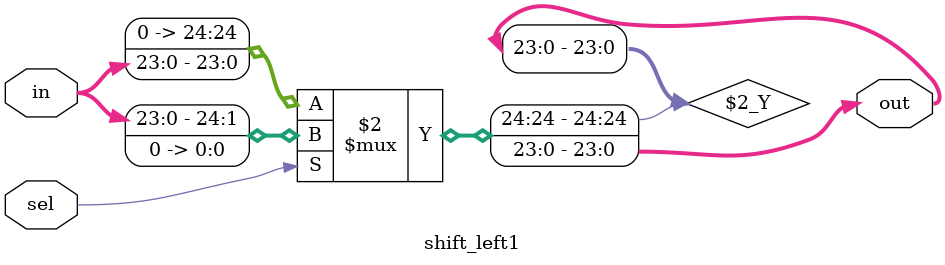
<source format=v>
module shift_left(in, out, shift);
  input [23:0] in;
  input [4:0] shift;
  input [23:0] out;
  
  wire [23:0] tmp1, tmp2, tmp3, tmp4;
  
  shift_left16 shift_1(.in(in), .sel(shift[4]), .out(tmp1));
  shift_left8 shift_2(.in(tmp1), .sel(shift[3]), .out(tmp2));
  shift_left4 shift_3(.in(tmp2), .sel(shift[2]), .out(tmp3));
  shift_left2 shift_4(.in(tmp3), .sel(shift[1]), .out(tmp4));
  shift_left1 shift_5(.in(tmp4), .sel(shift[0]), .out(out));
  
endmodule  
  
  
  //shift 16bit

module shift_left16(in, out, sel);

input	[23:0]	in;
input			sel;
output	[23:0]	out;

assign out = sel?{in[8:0],16'b0}:in;
endmodule

//shift 8bit
module shift_left8(in, out, sel);

input	[23:0]	in;
input			sel;
output	[23:0]	out;

assign out = sel?{in[16:0],8'b0}:in;
endmodule

//shift 4bit

module shift_left4(in, out, sel);

input	[23:0]	in;
input			sel;
output	[23:0]	out;

assign out = sel?{in[20:0],4'b0}:in;
endmodule

//shift 2bit

module shift_left2(in, out, sel);

input	[23:0]	in;
input			sel;
output	[23:0]	out;

assign out = sel?{in[22:0],2'b0}:in;
endmodule

//shift 1bit

module shift_left1(in, out, sel);

input	[23:0]	in;
input			sel;
output	[23:0]	out;

assign out = sel?{in[23:0],1'b0}:in;
endmodule

</source>
